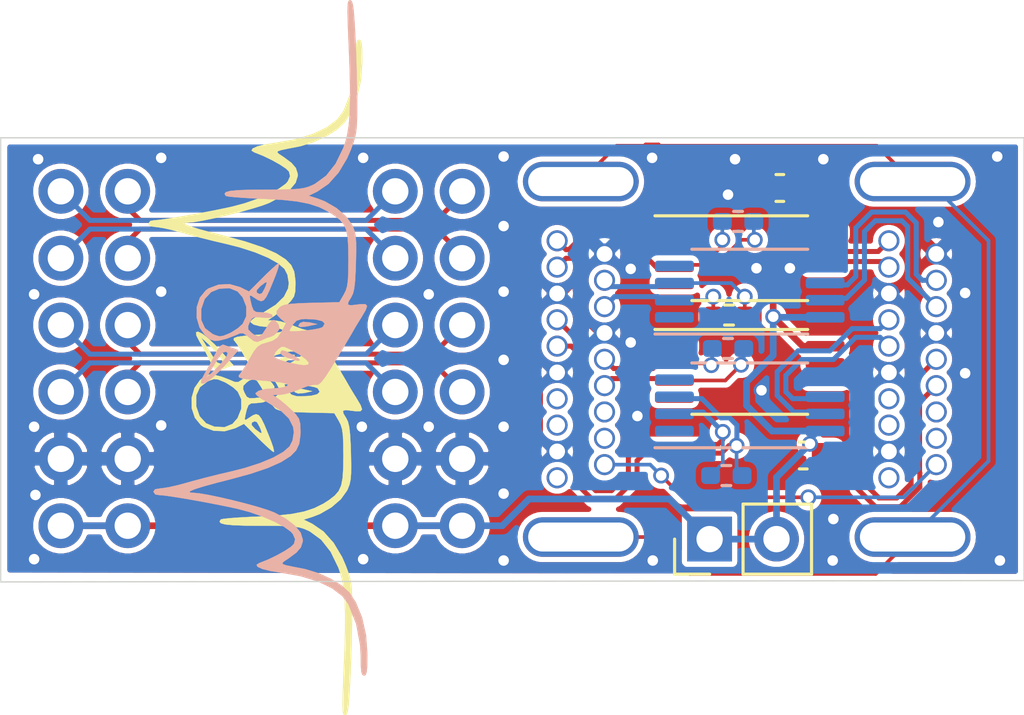
<source format=kicad_pcb>
(kicad_pcb (version 20171130) (host pcbnew 5.1.10)
  (layers (0 F.Cu signal) (31 B.Cu signal) (34 B.Paste user) (35 F.Paste user) (36 B.SilkS user) (37 F.SilkS user) (38 B.Mask user) (39 F.Mask user) (44 Edge.Cuts user))
  (net 0 "")
  (net 1 "Net-(J2-PadSH)")
  (net 2 "Net-(J2-Pad18)")
  (net 3 /3V3)
  (net 4 /GND)
  (net 5 /p2_N)
  (net 6 /p4_N)
  (net 7 /p2_P)
  (net 8 /p4_P)
  (net 9 /p1_N)
  (net 10 /p3_N)
  (net 11 /p1_P)
  (net 12 /p3_P)
  (net 13 /CLK_N)
  (net 14 /CLK_P)
  (net 15 /D0_N)
  (net 16 /D0_P)
  (net 17 /D1_N)
  (net 18 /D1_P)
  (net 19 /D2_N)
  (net 20 /D2_P)
  (net 21 /CLK_TMDS_N)
  (net 22 /CLK_TMDS_P)
  (net 23 /D0_TMDS_N)
  (net 24 /D0_TMDS_P)
  (net 25 /D1_TMDS_N)
  (net 26 /D1_TMDS_P)
  (net 27 /D2_TMDS_N)
  (net 28 /D2_TMDS_P)
  (module ymm:pynqsdr2 (layer B.Cu) (at 25.781 30.9245 270)
    (fp_text reference G*** hide)
    (fp_text value LOGO hide)
  )
  (module ymm:pynqsdr2 (layer F.Cu) (at 25.5905 32.512 90)
    (fp_text reference G*** hide)
    (fp_text value LOGO hide)
  )
  (module Package_SO:TSSOP-8_4.4x3mm_P0.65mm (layer B.Cu) (at 43.942 33.528)
    (fp_text reference U4 hide)
    (fp_text value SN65CML100 hide)
    (pad 8 smd roundrect (at 2.8625 0.975) (size 1.475 0.4) (layers B.Cu B.Paste B.Mask) (net 3 /3V3))
    (pad 7 smd roundrect (at 2.8625 0.325) (size 1.475 0.4) (layers B.Cu B.Paste B.Mask) (net 24 /D0_TMDS_P))
    (pad 6 smd roundrect (at 2.8625 -0.325) (size 1.475 0.4) (layers B.Cu B.Paste B.Mask) (net 23 /D0_TMDS_N))
    (pad 5 smd roundrect (at 2.8625 -0.975) (size 1.475 0.4) (layers B.Cu B.Paste B.Mask) (net 4 /GND))
    (pad 4 smd roundrect (at -2.8625 -0.975) (size 1.475 0.4) (layers B.Cu B.Paste B.Mask))
    (pad 3 smd roundrect (at -2.8625 -0.325) (size 1.475 0.4) (layers B.Cu B.Paste B.Mask) (net 15 /D0_N))
    (pad 2 smd roundrect (at -2.8625 0.325) (size 1.475 0.4) (layers B.Cu B.Paste B.Mask) (net 16 /D0_P))
    (pad 1 smd roundrect (at -2.8625 0.975) (size 1.475 0.4) (layers B.Cu B.Paste B.Mask))
  )
  (module Package_SO:TSSOP-8_4.4x3mm_P0.65mm (layer F.Cu) (at 43.942 32.258)
    (fp_text reference U3 hide)
    (fp_text value SN65CML100 hide)
    (pad 8 smd roundrect (at 2.8625 -0.975) (size 1.475 0.4) (layers F.Cu F.Paste F.Mask) (net 3 /3V3))
    (pad 7 smd roundrect (at 2.8625 -0.325) (size 1.475 0.4) (layers F.Cu F.Paste F.Mask) (net 22 /CLK_TMDS_P))
    (pad 6 smd roundrect (at 2.8625 0.325) (size 1.475 0.4) (layers F.Cu F.Paste F.Mask) (net 21 /CLK_TMDS_N))
    (pad 5 smd roundrect (at 2.8625 0.975) (size 1.475 0.4) (layers F.Cu F.Paste F.Mask) (net 4 /GND))
    (pad 4 smd roundrect (at -2.8625 0.975) (size 1.475 0.4) (layers F.Cu F.Paste F.Mask))
    (pad 3 smd roundrect (at -2.8625 0.325) (size 1.475 0.4) (layers F.Cu F.Paste F.Mask) (net 13 /CLK_N))
    (pad 2 smd roundrect (at -2.8625 -0.325) (size 1.475 0.4) (layers F.Cu F.Paste F.Mask) (net 14 /CLK_P))
    (pad 1 smd roundrect (at -2.8625 -0.975) (size 1.475 0.4) (layers F.Cu F.Paste F.Mask))
  )
  (module Package_SO:TSSOP-8_4.4x3mm_P0.65mm (layer B.Cu) (at 43.942 29.21)
    (fp_text reference U2 hide)
    (fp_text value SN65CML100 hide)
    (pad 8 smd roundrect (at 2.8625 0.975) (size 1.475 0.4) (layers B.Cu B.Paste B.Mask) (net 3 /3V3))
    (pad 7 smd roundrect (at 2.8625 0.325) (size 1.475 0.4) (layers B.Cu B.Paste B.Mask) (net 25 /D1_TMDS_N))
    (pad 6 smd roundrect (at 2.8625 -0.325) (size 1.475 0.4) (layers B.Cu B.Paste B.Mask) (net 26 /D1_TMDS_P))
    (pad 5 smd roundrect (at 2.8625 -0.975) (size 1.475 0.4) (layers B.Cu B.Paste B.Mask) (net 4 /GND))
    (pad 4 smd roundrect (at -2.8625 -0.975) (size 1.475 0.4) (layers B.Cu B.Paste B.Mask))
    (pad 3 smd roundrect (at -2.8625 -0.325) (size 1.475 0.4) (layers B.Cu B.Paste B.Mask) (net 18 /D1_P))
    (pad 2 smd roundrect (at -2.8625 0.325) (size 1.475 0.4) (layers B.Cu B.Paste B.Mask) (net 17 /D1_N))
    (pad 1 smd roundrect (at -2.8625 0.975) (size 1.475 0.4) (layers B.Cu B.Paste B.Mask))
  )
  (module Package_SO:TSSOP-8_4.4x3mm_P0.65mm (layer F.Cu) (at 43.942 27.94)
    (fp_text reference U1 hide)
    (fp_text value SN65CML100 hide)
    (pad 8 smd roundrect (at 2.8625 -0.975) (size 1.475 0.4) (layers F.Cu F.Paste F.Mask) (net 3 /3V3))
    (pad 7 smd roundrect (at 2.8625 -0.325) (size 1.475 0.4) (layers F.Cu F.Paste F.Mask) (net 28 /D2_TMDS_P))
    (pad 6 smd roundrect (at 2.8625 0.325) (size 1.475 0.4) (layers F.Cu F.Paste F.Mask) (net 27 /D2_TMDS_N))
    (pad 5 smd roundrect (at 2.8625 0.975) (size 1.475 0.4) (layers F.Cu F.Paste F.Mask) (net 4 /GND))
    (pad 4 smd roundrect (at -2.8625 0.975) (size 1.475 0.4) (layers F.Cu F.Paste F.Mask))
    (pad 3 smd roundrect (at -2.8625 0.325) (size 1.475 0.4) (layers F.Cu F.Paste F.Mask) (net 19 /D2_N))
    (pad 2 smd roundrect (at -2.8625 -0.325) (size 1.475 0.4) (layers F.Cu F.Paste F.Mask) (net 20 /D2_P))
    (pad 1 smd roundrect (at -2.8625 -0.975) (size 1.475 0.4) (layers F.Cu F.Paste F.Mask))
  )
  (module Resistor_SMD:R_0402_1005Metric_Pad0.72x0.64mm_HandSolder (layer B.Cu) (at 43.053 36.195)
    (fp_text reference R4 hide)
    (fp_text value R hide)
    (pad 2 smd roundrect (at 0.5975 0) (size 0.715 0.64) (layers B.Cu B.Paste B.Mask) (net 15 /D0_N))
    (pad 1 smd roundrect (at -0.5975 0) (size 0.715 0.64) (layers B.Cu B.Paste B.Mask) (net 16 /D0_P))
  )
  (module Resistor_SMD:R_0402_1005Metric_Pad0.72x0.64mm_HandSolder (layer B.Cu) (at 43.1165 31.369)
    (fp_text reference R3 hide)
    (fp_text value R hide)
    (pad 2 smd roundrect (at 0.5975 0) (size 0.715 0.64) (layers B.Cu B.Paste B.Mask) (net 13 /CLK_N))
    (pad 1 smd roundrect (at -0.5975 0) (size 0.715 0.64) (layers B.Cu B.Paste B.Mask) (net 14 /CLK_P))
  )
  (module Resistor_SMD:R_0402_1005Metric_Pad0.72x0.64mm_HandSolder (layer F.Cu) (at 43.154 30.099)
    (fp_text reference R2 hide)
    (fp_text value R hide)
    (pad 2 smd roundrect (at 0.5975 0) (size 0.715 0.64) (layers F.Cu F.Paste F.Mask) (net 18 /D1_P))
    (pad 1 smd roundrect (at -0.5975 0) (size 0.715 0.64) (layers F.Cu F.Paste F.Mask) (net 17 /D1_N))
  )
  (module Capacitor_SMD:C_0603_1608Metric_Pad1.08x0.95mm_HandSolder (layer F.Cu) (at 45.974 35.433 180)
    (fp_text reference C2 hide)
    (fp_text value C hide)
    (pad 2 smd roundrect (at 0.8625 0 180) (size 1.075 0.95) (layers F.Cu F.Paste F.Mask) (net 4 /GND))
    (pad 1 smd roundrect (at -0.8625 0 180) (size 1.075 0.95) (layers F.Cu F.Paste F.Mask) (net 3 /3V3))
  )
  (module Capacitor_SMD:C_0603_1608Metric_Pad1.08x0.95mm_HandSolder (layer F.Cu) (at 45.085 25.273 180)
    (fp_text reference C1 hide)
    (fp_text value C hide)
    (pad 2 smd roundrect (at 0.8625 0 180) (size 1.075 0.95) (layers F.Cu F.Paste F.Mask) (net 4 /GND))
    (pad 1 smd roundrect (at -0.8625 0 180) (size 1.075 0.95) (layers F.Cu F.Paste F.Mask) (net 3 /3V3))
  )
  (module ymm:HDMI_A_Kycon_KDMIX-SL1-NS-WS-B15_VerticalRightAngle (layer F.Cu) (at 36.6268 27.2796 180)
    (fp_text reference J4 hide)
    (fp_text value HDMI_A hide)
    (pad SH thru_hole oval (at -0.9 -11.25 180) (size 4.4 1.5) (drill oval 4 1.1) (layers *.Cu *.Mask) (net 1 "Net-(J2-PadSH)"))
    (pad 19 thru_hole circle (at 0 -9 180) (size 0.8 0.8) (drill 0.6) (layers *.Cu *.Mask))
    (pad 18 thru_hole circle (at -1.8 -8.5 180) (size 0.8 0.8) (drill 0.6) (layers *.Cu *.Mask) (net 2 "Net-(J2-Pad18)"))
    (pad 17 thru_hole circle (at 0 -8 180) (size 0.8 0.8) (drill 0.6) (layers *.Cu *.Mask) (net 4 /GND))
    (pad 16 thru_hole circle (at -1.8 -7.5 180) (size 0.8 0.8) (drill 0.6) (layers *.Cu *.Mask))
    (pad 15 thru_hole circle (at 0 -7 180) (size 0.8 0.8) (drill 0.6) (layers *.Cu *.Mask))
    (pad 14 thru_hole circle (at -1.8 -6.5 180) (size 0.8 0.8) (drill 0.6) (layers *.Cu *.Mask))
    (pad 13 thru_hole circle (at 0 -6 180) (size 0.8 0.8) (drill 0.6) (layers *.Cu *.Mask))
    (pad 12 thru_hole circle (at -1.8 -5.5 180) (size 0.8 0.8) (drill 0.6) (layers *.Cu *.Mask) (net 13 /CLK_N))
    (pad 11 thru_hole circle (at 0 -5 180) (size 0.8 0.8) (drill 0.6) (layers *.Cu *.Mask) (net 4 /GND))
    (pad 10 thru_hole circle (at -1.8 -4.5 180) (size 0.8 0.8) (drill 0.6) (layers *.Cu *.Mask) (net 14 /CLK_P))
    (pad 9 thru_hole circle (at 0 -4 180) (size 0.8 0.8) (drill 0.6) (layers *.Cu *.Mask) (net 15 /D0_N))
    (pad 8 thru_hole circle (at -1.8 -3.5 180) (size 0.8 0.8) (drill 0.6) (layers *.Cu *.Mask) (net 4 /GND))
    (pad 7 thru_hole circle (at 0 -3 180) (size 0.8 0.8) (drill 0.6) (layers *.Cu *.Mask) (net 16 /D0_P))
    (pad 6 thru_hole circle (at -1.8 -2.5 180) (size 0.8 0.8) (drill 0.6) (layers *.Cu *.Mask) (net 17 /D1_N))
    (pad 5 thru_hole circle (at 0 -2 180) (size 0.8 0.8) (drill 0.6) (layers *.Cu *.Mask) (net 4 /GND))
    (pad 4 thru_hole circle (at -1.8 -1.5 180) (size 0.8 0.8) (drill 0.6) (layers *.Cu *.Mask) (net 18 /D1_P))
    (pad 3 thru_hole circle (at 0 -1 180) (size 0.8 0.8) (drill 0.6) (layers *.Cu *.Mask) (net 19 /D2_N))
    (pad 2 thru_hole circle (at -1.8 -0.5 180) (size 0.8 0.8) (drill 0.6) (layers *.Cu *.Mask) (net 4 /GND))
    (pad SH thru_hole oval (at -0.9 2.25 180) (size 4.4 1.5) (drill oval 4 1.1) (layers *.Cu *.Mask) (net 1 "Net-(J2-PadSH)"))
    (pad 1 thru_hole circle (at 0 0 180) (size 0.8 0.8) (drill 0.6) (layers *.Cu *.Mask) (net 20 /D2_P))
  )
  (module ymm:HDMI_A_Kycon_KDMIX-SL1-NS-WS-B15_VerticalRightAngle (layer F.Cu) (at 49.2252 27.2796 180)
    (fp_text reference J2 hide)
    (fp_text value HDMI_A hide)
    (pad SH thru_hole oval (at -0.9 -11.25 180) (size 4.4 1.5) (drill oval 4 1.1) (layers *.Cu *.Mask) (net 1 "Net-(J2-PadSH)"))
    (pad 19 thru_hole circle (at 0 -9 180) (size 0.8 0.8) (drill 0.6) (layers *.Cu *.Mask))
    (pad 18 thru_hole circle (at -1.8 -8.5 180) (size 0.8 0.8) (drill 0.6) (layers *.Cu *.Mask) (net 2 "Net-(J2-Pad18)"))
    (pad 17 thru_hole circle (at 0 -8 180) (size 0.8 0.8) (drill 0.6) (layers *.Cu *.Mask) (net 4 /GND))
    (pad 16 thru_hole circle (at -1.8 -7.5 180) (size 0.8 0.8) (drill 0.6) (layers *.Cu *.Mask))
    (pad 15 thru_hole circle (at 0 -7 180) (size 0.8 0.8) (drill 0.6) (layers *.Cu *.Mask))
    (pad 14 thru_hole circle (at -1.8 -6.5 180) (size 0.8 0.8) (drill 0.6) (layers *.Cu *.Mask))
    (pad 13 thru_hole circle (at 0 -6 180) (size 0.8 0.8) (drill 0.6) (layers *.Cu *.Mask))
    (pad 12 thru_hole circle (at -1.8 -5.5 180) (size 0.8 0.8) (drill 0.6) (layers *.Cu *.Mask) (net 21 /CLK_TMDS_N))
    (pad 11 thru_hole circle (at 0 -5 180) (size 0.8 0.8) (drill 0.6) (layers *.Cu *.Mask) (net 4 /GND))
    (pad 10 thru_hole circle (at -1.8 -4.5 180) (size 0.8 0.8) (drill 0.6) (layers *.Cu *.Mask) (net 22 /CLK_TMDS_P))
    (pad 9 thru_hole circle (at 0 -4 180) (size 0.8 0.8) (drill 0.6) (layers *.Cu *.Mask) (net 23 /D0_TMDS_N))
    (pad 8 thru_hole circle (at -1.8 -3.5 180) (size 0.8 0.8) (drill 0.6) (layers *.Cu *.Mask) (net 4 /GND))
    (pad 7 thru_hole circle (at 0 -3 180) (size 0.8 0.8) (drill 0.6) (layers *.Cu *.Mask) (net 24 /D0_TMDS_P))
    (pad 6 thru_hole circle (at -1.8 -2.5 180) (size 0.8 0.8) (drill 0.6) (layers *.Cu *.Mask) (net 25 /D1_TMDS_N))
    (pad 5 thru_hole circle (at 0 -2 180) (size 0.8 0.8) (drill 0.6) (layers *.Cu *.Mask) (net 4 /GND))
    (pad 4 thru_hole circle (at -1.8 -1.5 180) (size 0.8 0.8) (drill 0.6) (layers *.Cu *.Mask) (net 26 /D1_TMDS_P))
    (pad 3 thru_hole circle (at 0 -1 180) (size 0.8 0.8) (drill 0.6) (layers *.Cu *.Mask) (net 27 /D2_TMDS_N))
    (pad 2 thru_hole circle (at -1.8 -0.5 180) (size 0.8 0.8) (drill 0.6) (layers *.Cu *.Mask) (net 4 /GND))
    (pad SH thru_hole oval (at -0.9 2.25 180) (size 4.4 1.5) (drill oval 4 1.1) (layers *.Cu *.Mask) (net 1 "Net-(J2-PadSH)"))
    (pad 1 thru_hole circle (at 0 0 180) (size 0.8 0.8) (drill 0.6) (layers *.Cu *.Mask) (net 28 /D2_TMDS_P))
  )
  (module Resistor_SMD:R_0402_1005Metric_Pad0.72x0.64mm_HandSolder (layer B.Cu) (at 43.4975 26.543)
    (fp_text reference R1 hide)
    (fp_text value R hide)
    (pad 2 smd roundrect (at 0.5975 0) (size 0.715 0.64) (layers B.Cu B.Paste B.Mask) (net 19 /D2_N))
    (pad 1 smd roundrect (at -0.5975 0) (size 0.715 0.64) (layers B.Cu B.Paste B.Mask) (net 20 /D2_P))
  )
  (module Connector_PinHeader_2.54mm:PinHeader_1x02_P2.54mm_Vertical (layer F.Cu) (at 42.418 38.608 90)
    (fp_text reference J5 hide)
    (fp_text value Conn_01x02_Male hide)
    (pad 2 thru_hole oval (at 0 2.54 90) (size 1.7 1.7) (drill 1) (layers *.Cu *.Mask) (net 3 /3V3))
    (pad 1 thru_hole rect (at 0 0 90) (size 1.7 1.7) (drill 1) (layers *.Cu *.Mask) (net 3 /3V3))
  )
  (module ymm:PinHeader_2x06_P2.54mm_Vertical (layer F.Cu) (at 30.48 25.4)
    (fp_text reference J3 hide)
    (fp_text value Conn_02x06_Odd_Even hide)
    (pad 12 thru_hole oval (at 2.54 12.7) (size 1.7 1.7) (drill 1) (layers *.Cu *.Mask) (net 3 /3V3))
    (pad 11 thru_hole oval (at 0 12.7) (size 1.7 1.7) (drill 1) (layers *.Cu *.Mask) (net 3 /3V3))
    (pad 10 thru_hole oval (at 2.54 10.16) (size 1.7 1.7) (drill 1) (layers *.Cu *.Mask) (net 4 /GND))
    (pad 9 thru_hole oval (at 0 10.16) (size 1.7 1.7) (drill 1) (layers *.Cu *.Mask) (net 4 /GND))
    (pad 8 thru_hole oval (at 2.54 7.62) (size 1.7 1.7) (drill 1) (layers *.Cu *.Mask) (net 5 /p2_N))
    (pad 7 thru_hole oval (at 0 7.62) (size 1.7 1.7) (drill 1) (layers *.Cu *.Mask) (net 6 /p4_N))
    (pad 6 thru_hole oval (at 2.54 5.08) (size 1.7 1.7) (drill 1) (layers *.Cu *.Mask) (net 7 /p2_P))
    (pad 5 thru_hole oval (at 0 5.08) (size 1.7 1.7) (drill 1) (layers *.Cu *.Mask) (net 8 /p4_P))
    (pad 4 thru_hole oval (at 2.54 2.54) (size 1.7 1.7) (drill 1) (layers *.Cu *.Mask) (net 9 /p1_N))
    (pad 3 thru_hole oval (at 0 2.54) (size 1.7 1.7) (drill 1) (layers *.Cu *.Mask) (net 10 /p3_N))
    (pad 2 thru_hole oval (at 2.54 0) (size 1.7 1.7) (drill 1) (layers *.Cu *.Mask) (net 11 /p1_P))
    (pad 1 thru_hole circle (at 0 0) (size 1.7 1.7) (drill 1) (layers *.Cu *.Mask) (net 12 /p3_P))
  )
  (module ymm:PinHeader_2x06_P2.54mm_Vertical (layer F.Cu) (at 17.78 25.4)
    (fp_text reference J1 hide)
    (fp_text value Conn_02x06_Odd_Even hide)
    (pad 12 thru_hole oval (at 2.54 12.7) (size 1.7 1.7) (drill 1) (layers *.Cu *.Mask) (net 3 /3V3))
    (pad 11 thru_hole oval (at 0 12.7) (size 1.7 1.7) (drill 1) (layers *.Cu *.Mask) (net 3 /3V3))
    (pad 10 thru_hole oval (at 2.54 10.16) (size 1.7 1.7) (drill 1) (layers *.Cu *.Mask) (net 4 /GND))
    (pad 9 thru_hole oval (at 0 10.16) (size 1.7 1.7) (drill 1) (layers *.Cu *.Mask) (net 4 /GND))
    (pad 8 thru_hole oval (at 2.54 7.62) (size 1.7 1.7) (drill 1) (layers *.Cu *.Mask) (net 5 /p2_N))
    (pad 7 thru_hole oval (at 0 7.62) (size 1.7 1.7) (drill 1) (layers *.Cu *.Mask) (net 6 /p4_N))
    (pad 6 thru_hole oval (at 2.54 5.08) (size 1.7 1.7) (drill 1) (layers *.Cu *.Mask) (net 7 /p2_P))
    (pad 5 thru_hole oval (at 0 5.08) (size 1.7 1.7) (drill 1) (layers *.Cu *.Mask) (net 8 /p4_P))
    (pad 4 thru_hole oval (at 2.54 2.54) (size 1.7 1.7) (drill 1) (layers *.Cu *.Mask) (net 9 /p1_N))
    (pad 3 thru_hole oval (at 0 2.54) (size 1.7 1.7) (drill 1) (layers *.Cu *.Mask) (net 10 /p3_N))
    (pad 2 thru_hole oval (at 2.54 0) (size 1.7 1.7) (drill 1) (layers *.Cu *.Mask) (net 11 /p1_P))
    (pad 1 thru_hole circle (at 0 0) (size 1.7 1.7) (drill 1) (layers *.Cu *.Mask) (net 12 /p3_P))
  )
  (gr_line (start 15.494 40.2336) (end 15.494 23.368) (layer Edge.Cuts) (width 0.05))
  (gr_line (start 54.356 40.1828) (end 15.494 40.2336) (layer Edge.Cuts) (width 0.05))
  (gr_line (start 54.356 23.368) (end 54.356 40.1828) (layer Edge.Cuts) (width 0.05))
  (gr_line (start 15.494 23.368) (end 54.356 23.368) (layer Edge.Cuts) (width 0.05))
  (segment (start 50.1252 25.0296) (end 50.1252 25.284) (width 0.1397) (layer B.Cu) (net 1))
  (segment (start 50.1252 25.0296) (end 50.7598 25.0296) (width 0.1397) (layer B.Cu) (net 1))
  (segment (start 50.7598 25.0296) (end 53.0098 27.2796) (width 0.1397) (layer B.Cu) (net 1))
  (segment (start 53.0098 35.645) (end 50.1252 38.5296) (width 0.1397) (layer B.Cu) (net 1))
  (segment (start 53.0098 27.2796) (end 53.0098 35.645) (width 0.1397) (layer B.Cu) (net 1))
  (segment (start 38.885151 23.671249) (end 37.5268 25.0296) (width 0.1397) (layer F.Cu) (net 1))
  (segment (start 39.938215 23.671249) (end 38.885151 23.671249) (width 0.1397) (layer F.Cu) (net 1))
  (segment (start 40.478185 23.620449) (end 39.989015 23.620449) (width 0.1397) (layer F.Cu) (net 1))
  (segment (start 40.528985 23.671249) (end 40.478185 23.620449) (width 0.1397) (layer F.Cu) (net 1))
  (segment (start 48.766849 23.671249) (end 40.528985 23.671249) (width 0.1397) (layer F.Cu) (net 1))
  (segment (start 39.989015 23.620449) (end 39.938215 23.671249) (width 0.1397) (layer F.Cu) (net 1))
  (segment (start 50.1252 25.0296) (end 48.766849 23.671249) (width 0.1397) (layer F.Cu) (net 1))
  (segment (start 48.724449 39.930351) (end 50.1252 38.5296) (width 0.1397) (layer F.Cu) (net 1))
  (segment (start 41.663159 39.930351) (end 48.724449 39.930351) (width 0.1397) (layer F.Cu) (net 1))
  (segment (start 40.262408 38.5296) (end 41.663159 39.930351) (width 0.1397) (layer F.Cu) (net 1))
  (segment (start 37.5268 38.5296) (end 40.262408 38.5296) (width 0.1397) (layer F.Cu) (net 1))
  (via (at 46.1645 37.0205) (size 0.6) (drill 0.4) (layers F.Cu B.Cu) (net 2))
  (segment (start 49.7843 37.0205) (end 46.1645 37.0205) (width 0.1397) (layer B.Cu) (net 2))
  (segment (start 51.0252 35.7796) (end 49.7843 37.0205) (width 0.1397) (layer B.Cu) (net 2))
  (via (at 40.5765 36.195) (size 0.6) (drill 0.4) (layers F.Cu B.Cu) (net 2))
  (segment (start 41.402 37.0205) (end 40.5765 36.195) (width 0.1397) (layer F.Cu) (net 2))
  (segment (start 46.1645 37.0205) (end 41.402 37.0205) (width 0.1397) (layer F.Cu) (net 2))
  (segment (start 40.1611 35.7796) (end 38.4268 35.7796) (width 0.1397) (layer B.Cu) (net 2))
  (segment (start 40.5765 36.195) (end 40.1611 35.7796) (width 0.1397) (layer B.Cu) (net 2))
  (segment (start 17.78 38.1) (end 20.32 38.1) (width 0.254) (layer B.Cu) (net 3))
  (segment (start 30.48 38.1) (end 33.02 38.1) (width 0.254) (layer B.Cu) (net 3))
  (segment (start 44.958 38.608) (end 42.418 38.608) (width 0.254) (layer B.Cu) (net 3))
  (segment (start 17.78 38.1) (end 33.02 38.1) (width 0.254) (layer F.Cu) (net 3))
  (segment (start 35.56 37.084) (end 40.894 37.084) (width 0.254) (layer B.Cu) (net 3))
  (segment (start 34.544 38.1) (end 35.56 37.084) (width 0.254) (layer B.Cu) (net 3))
  (segment (start 40.894 37.084) (end 42.418 38.608) (width 0.254) (layer B.Cu) (net 3))
  (segment (start 33.02 38.1) (end 34.544 38.1) (width 0.254) (layer B.Cu) (net 3))
  (via (at 44.83256 30.1625) (size 0.6) (drill 0.4) (layers F.Cu B.Cu) (net 3))
  (segment (start 45.95306 31.283) (end 44.83256 30.1625) (width 0.254) (layer F.Cu) (net 3))
  (segment (start 46.8045 30.185) (end 44.85506 30.185) (width 0.254) (layer B.Cu) (net 3))
  (segment (start 46.8045 31.283) (end 45.95306 31.283) (width 0.254) (layer F.Cu) (net 3))
  (segment (start 44.85506 30.185) (end 44.83256 30.1625) (width 0.254) (layer B.Cu) (net 3))
  (segment (start 45.9475 26.707) (end 45.9475 25.30901) (width 0.254) (layer F.Cu) (net 3))
  (segment (start 46.2055 26.965) (end 45.9475 26.707) (width 0.254) (layer F.Cu) (net 3))
  (segment (start 46.8045 26.965) (end 46.2055 26.965) (width 0.254) (layer F.Cu) (net 3))
  (segment (start 44.831 30.16094) (end 44.83256 30.1625) (width 0.254) (layer F.Cu) (net 3))
  (segment (start 44.831 27.8765) (end 44.831 30.16094) (width 0.254) (layer F.Cu) (net 3))
  (segment (start 45.7425 26.965) (end 44.831 27.8765) (width 0.254) (layer F.Cu) (net 3))
  (segment (start 46.8045 26.965) (end 45.7425 26.965) (width 0.254) (layer F.Cu) (net 3))
  (segment (start 44.83256 31.625725) (end 44.83256 30.1625) (width 0.254) (layer B.Cu) (net 3))
  (segment (start 43.819799 32.638486) (end 44.83256 31.625725) (width 0.254) (layer B.Cu) (net 3))
  (segment (start 43.819799 33.532799) (end 43.819799 32.638486) (width 0.254) (layer B.Cu) (net 3))
  (segment (start 44.79 34.503) (end 43.819799 33.532799) (width 0.254) (layer B.Cu) (net 3))
  (segment (start 46.8045 34.503) (end 44.79 34.503) (width 0.254) (layer B.Cu) (net 3))
  (via (at 46.228 34.9885) (size 0.6) (drill 0.4) (layers F.Cu B.Cu) (net 3))
  (segment (start 46.8365 35.433) (end 46.392 34.9885) (width 0.254) (layer F.Cu) (net 3))
  (segment (start 46.392 34.9885) (end 46.228 34.9885) (width 0.254) (layer F.Cu) (net 3))
  (segment (start 46.228 34.798) (end 46.228 34.9885) (width 0.254) (layer B.Cu) (net 3))
  (segment (start 46.523 34.503) (end 46.228 34.798) (width 0.254) (layer B.Cu) (net 3))
  (segment (start 46.8045 34.503) (end 46.523 34.503) (width 0.254) (layer B.Cu) (net 3))
  (segment (start 44.958 36.2585) (end 46.228 34.9885) (width 0.254) (layer B.Cu) (net 3))
  (segment (start 44.958 38.608) (end 44.958 36.2585) (width 0.254) (layer B.Cu) (net 3))
  (via (at 39.4208 28.3464) (size 0.6) (drill 0.4) (layers F.Cu B.Cu) (net 4))
  (via (at 39.4208 31.1404) (size 0.6) (drill 0.4) (layers F.Cu B.Cu) (net 4))
  (via (at 39.6748 33.9344) (size 0.6) (drill 0.4) (layers F.Cu B.Cu) (net 4))
  (segment (start 36.9268 29.2796) (end 36.6268 29.2796) (width 0.1397) (layer F.Cu) (net 4))
  (segment (start 38.4268 27.7796) (end 36.9268 29.2796) (width 0.1397) (layer F.Cu) (net 4))
  (segment (start 36.6268 29.2796) (end 38.1268 30.7796) (width 0.1397) (layer F.Cu) (net 4))
  (segment (start 49.5252 29.2796) (end 49.2252 29.2796) (width 0.1397) (layer B.Cu) (net 4))
  (segment (start 51.0252 27.7796) (end 49.5252 29.2796) (width 0.1397) (layer F.Cu) (net 4))
  (segment (start 50.7252 30.7796) (end 51.0252 30.7796) (width 0.1397) (layer B.Cu) (net 4))
  (segment (start 49.2252 29.2796) (end 50.7252 30.7796) (width 0.1397) (layer B.Cu) (net 4))
  (segment (start 49.5252 32.2796) (end 49.2252 32.2796) (width 0.1397) (layer B.Cu) (net 4))
  (segment (start 51.0252 30.7796) (end 49.5252 32.2796) (width 0.1397) (layer B.Cu) (net 4))
  (segment (start 38.1268 30.7796) (end 38.4268 30.7796) (width 0.1397) (layer F.Cu) (net 4))
  (segment (start 48.615649 34.670049) (end 49.2252 35.2796) (width 0.1397) (layer B.Cu) (net 4))
  (segment (start 49.2252 32.2796) (end 48.615649 32.889151) (width 0.1397) (layer B.Cu) (net 4))
  (segment (start 48.615649 32.889151) (end 48.615649 34.670049) (width 0.1397) (layer B.Cu) (net 4))
  (segment (start 36.017249 34.670049) (end 36.6268 35.2796) (width 0.1397) (layer F.Cu) (net 4))
  (segment (start 36.017249 32.889151) (end 36.017249 34.670049) (width 0.1397) (layer F.Cu) (net 4))
  (segment (start 36.6268 32.2796) (end 36.017249 32.889151) (width 0.1397) (layer F.Cu) (net 4))
  (segment (start 17.78 35.56) (end 20.32 35.56) (width 0.381) (layer B.Cu) (net 4))
  (segment (start 30.48 35.56) (end 33.02 35.56) (width 0.381) (layer B.Cu) (net 4))
  (via (at 16.9164 24.1808) (size 0.6) (drill 0.4) (layers F.Cu B.Cu) (net 4))
  (via (at 16.764 39.37) (size 0.6) (drill 0.4) (layers F.Cu B.Cu) (net 4))
  (via (at 29.2608 24.13) (size 0.6) (drill 0.4) (layers F.Cu B.Cu) (net 4))
  (via (at 34.5948 24.0792) (size 0.6) (drill 0.4) (layers F.Cu B.Cu) (net 4))
  (via (at 40.2336 24.13) (size 0.6) (drill 0.4) (layers F.Cu B.Cu) (net 4))
  (via (at 43.3832 24.1808) (size 0.6) (drill 0.4) (layers F.Cu B.Cu) (net 4))
  (via (at 46.736 24.1808) (size 0.6) (drill 0.4) (layers F.Cu B.Cu) (net 4))
  (via (at 53.34 24.0792) (size 0.6) (drill 0.4) (layers F.Cu B.Cu) (net 4))
  (via (at 53.4416 39.4208) (size 0.6) (drill 0.4) (layers F.Cu B.Cu) (net 4))
  (via (at 47.0916 39.4208) (size 0.6) (drill 0.4) (layers F.Cu B.Cu) (net 4))
  (via (at 47.117 37.846) (size 0.6) (drill 0.4) (layers F.Cu B.Cu) (net 4))
  (via (at 40.259 39.4208) (size 0.6) (drill 0.4) (layers F.Cu B.Cu) (net 4))
  (via (at 34.5948 39.4208) (size 0.6) (drill 0.4) (layers F.Cu B.Cu) (net 4))
  (via (at 29.2608 39.37) (size 0.6) (drill 0.4) (layers F.Cu B.Cu) (net 4))
  (via (at 16.764 29.3116) (size 0.6) (drill 0.4) (layers F.Cu B.Cu) (net 4))
  (via (at 16.764 34.3408) (size 0.6) (drill 0.4) (layers F.Cu B.Cu) (net 4))
  (via (at 16.8148 36.9316) (size 0.6) (drill 0.4) (layers F.Cu B.Cu) (net 4))
  (via (at 34.5948 26.7208) (size 0.6) (drill 0.4) (layers F.Cu B.Cu) (net 4))
  (via (at 34.5948 29.21) (size 0.6) (drill 0.4) (layers F.Cu B.Cu) (net 4))
  (via (at 34.5948 31.8008) (size 0.6) (drill 0.4) (layers F.Cu B.Cu) (net 4))
  (via (at 34.5948 34.3408) (size 0.6) (drill 0.4) (layers F.Cu B.Cu) (net 4))
  (via (at 34.5948 36.8808) (size 0.6) (drill 0.4) (layers F.Cu B.Cu) (net 4))
  (via (at 21.59 34.29) (size 0.6) (drill 0.4) (layers F.Cu B.Cu) (net 4))
  (via (at 29.21 34.3408) (size 0.6) (drill 0.4) (layers F.Cu B.Cu) (net 4))
  (via (at 31.75 34.3408) (size 0.6) (drill 0.4) (layers F.Cu B.Cu) (net 4))
  (via (at 21.59 24.13) (size 0.6) (drill 0.4) (layers F.Cu B.Cu) (net 4))
  (via (at 21.59 29.21) (size 0.6) (drill 0.4) (layers F.Cu B.Cu) (net 4))
  (via (at 31.75 29.3116) (size 0.6) (drill 0.4) (layers F.Cu B.Cu) (net 4))
  (via (at 51.1048 26.5684) (size 0.6) (drill 0.4) (layers F.Cu B.Cu) (net 4))
  (via (at 52.1208 29.2608) (size 0.6) (drill 0.4) (layers F.Cu B.Cu) (net 4))
  (via (at 52.1208 32.3088) (size 0.6) (drill 0.4) (layers F.Cu B.Cu) (net 4))
  (segment (start 38.1268 30.7796) (end 38.4268 30.7796) (width 0.1397) (layer B.Cu) (net 4))
  (segment (start 36.6268 32.2796) (end 38.1268 30.7796) (width 0.1397) (layer B.Cu) (net 4))
  (segment (start 17.78 35.56) (end 33.02 35.56) (width 0.381) (layer F.Cu) (net 4))
  (segment (start 48.9518 32.553) (end 49.2252 32.2796) (width 0.1397) (layer B.Cu) (net 4))
  (segment (start 46.8045 32.553) (end 48.9518 32.553) (width 0.1397) (layer B.Cu) (net 4))
  (via (at 45.466 28.321) (size 0.6) (drill 0.4) (layers F.Cu B.Cu) (net 4))
  (segment (start 45.552 28.235) (end 45.466 28.321) (width 0.1397) (layer B.Cu) (net 4))
  (segment (start 46.8045 28.235) (end 45.552 28.235) (width 0.1397) (layer B.Cu) (net 4))
  (segment (start 46.06 28.915) (end 45.466 28.321) (width 0.1397) (layer F.Cu) (net 4))
  (segment (start 46.8045 28.915) (end 46.06 28.915) (width 0.1397) (layer F.Cu) (net 4))
  (via (at 44.196 28.321) (size 0.6) (drill 0.4) (layers F.Cu B.Cu) (net 4))
  (segment (start 44.196 28.321) (end 45.466 28.321) (width 0.1397) (layer B.Cu) (net 4))
  (segment (start 45.466 26.67) (end 45.466 28.321) (width 0.1397) (layer B.Cu) (net 4))
  (segment (start 44.45 25.654) (end 45.466 26.67) (width 0.1397) (layer B.Cu) (net 4))
  (segment (start 40.5524 25.654) (end 44.45 25.654) (width 0.1397) (layer B.Cu) (net 4))
  (segment (start 38.4268 27.7796) (end 40.5524 25.654) (width 0.1397) (layer B.Cu) (net 4))
  (via (at 43.1165 25.527) (size 0.6) (drill 0.4) (layers F.Cu B.Cu) (net 4))
  (segment (start 43.3705 25.273) (end 43.1165 25.527) (width 0.1397) (layer F.Cu) (net 4))
  (segment (start 44.2225 25.273) (end 43.3705 25.273) (width 0.1397) (layer F.Cu) (net 4))
  (segment (start 45.1115 33.6815) (end 44.3865 32.9565) (width 0.1397) (layer F.Cu) (net 4))
  (via (at 44.3865 32.9565) (size 0.6) (drill 0.4) (layers F.Cu B.Cu) (net 4))
  (segment (start 44.323 28.448) (end 44.323 32.893) (width 0.1397) (layer F.Cu) (net 4))
  (segment (start 44.323 32.893) (end 44.3865 32.9565) (width 0.1397) (layer F.Cu) (net 4))
  (segment (start 44.663 33.233) (end 44.3865 32.9565) (width 0.1397) (layer F.Cu) (net 4))
  (segment (start 44.196 28.321) (end 44.323 28.448) (width 0.1397) (layer F.Cu) (net 4))
  (segment (start 45.1115 35.433) (end 45.1115 33.6815) (width 0.1397) (layer F.Cu) (net 4))
  (segment (start 46.8045 33.233) (end 44.663 33.233) (width 0.1397) (layer F.Cu) (net 4))
  (segment (start 31.9151 31.9151) (end 32.639 32.639) (width 0.1905) (layer F.Cu) (net 5))
  (segment (start 20.7899 31.9151) (end 31.9151 31.9151) (width 0.1905) (layer F.Cu) (net 5))
  (segment (start 20.32 32.385) (end 20.7899 31.9151) (width 0.1905) (layer F.Cu) (net 5))
  (segment (start 20.32 33.02) (end 20.32 32.385) (width 0.1905) (layer F.Cu) (net 5))
  (segment (start 30.48 32.639) (end 30.48 33.02) (width 0.1905) (layer F.Cu) (net 6))
  (segment (start 29.3751 31.9151) (end 30.48 33.02) (width 0.1905) (layer B.Cu) (net 6))
  (segment (start 18.8849 31.9151) (end 29.337 31.9151) (width 0.1905) (layer B.Cu) (net 6))
  (segment (start 17.78 33.02) (end 18.8849 31.9151) (width 0.1905) (layer B.Cu) (net 6))
  (segment (start 20.32 31.115) (end 20.7899 31.5849) (width 0.1905) (layer F.Cu) (net 7))
  (segment (start 31.9151 31.5849) (end 32.639 30.861) (width 0.1905) (layer F.Cu) (net 7))
  (segment (start 20.32 30.48) (end 20.32 31.115) (width 0.1905) (layer F.Cu) (net 7))
  (segment (start 20.7899 31.5849) (end 31.9151 31.5849) (width 0.1905) (layer F.Cu) (net 7))
  (segment (start 30.48 30.861) (end 30.48 30.48) (width 0.1905) (layer F.Cu) (net 8))
  (segment (start 29.3751 31.5849) (end 30.48 30.48) (width 0.1905) (layer B.Cu) (net 8))
  (segment (start 18.8849 31.5849) (end 29.337 31.5849) (width 0.1905) (layer B.Cu) (net 8))
  (segment (start 17.78 30.48) (end 18.8849 31.5849) (width 0.1905) (layer B.Cu) (net 8))
  (segment (start 32.0421 26.8351) (end 32.766 27.559) (width 0.1905) (layer F.Cu) (net 9))
  (segment (start 20.32 27.305) (end 20.7899 26.8351) (width 0.1905) (layer F.Cu) (net 9))
  (segment (start 20.32 27.94) (end 20.32 27.305) (width 0.1905) (layer F.Cu) (net 9))
  (segment (start 32.0421 26.8351) (end 20.7899 26.8351) (width 0.1905) (layer F.Cu) (net 9))
  (segment (start 30.48 27.559) (end 30.48 27.94) (width 0.1905) (layer F.Cu) (net 10))
  (segment (start 29.3751 26.8351) (end 30.48 27.94) (width 0.1905) (layer B.Cu) (net 10))
  (segment (start 17.78 27.94) (end 18.8849 26.8351) (width 0.1905) (layer B.Cu) (net 10))
  (segment (start 18.923 26.8351) (end 29.337 26.8351) (width 0.1905) (layer B.Cu) (net 10))
  (segment (start 32.0421 26.5049) (end 32.766 25.781) (width 0.1905) (layer F.Cu) (net 11))
  (segment (start 20.32 26.035) (end 20.7899 26.5049) (width 0.1905) (layer F.Cu) (net 11))
  (segment (start 20.32 25.4) (end 20.32 26.035) (width 0.1905) (layer F.Cu) (net 11))
  (segment (start 32.0421 26.5049) (end 20.7899 26.5049) (width 0.1905) (layer F.Cu) (net 11))
  (segment (start 30.48 25.781) (end 30.48 25.4) (width 0.1905) (layer F.Cu) (net 12))
  (segment (start 29.3751 26.5049) (end 30.48 25.4) (width 0.1905) (layer B.Cu) (net 12))
  (segment (start 17.78 25.4) (end 18.8849 26.5049) (width 0.1905) (layer B.Cu) (net 12))
  (segment (start 18.923 26.5049) (end 29.337 26.5049) (width 0.1905) (layer B.Cu) (net 12))
  (segment (start 38.6944 32.512) (end 38.4268 32.7796) (width 0.1905) (layer F.Cu) (net 13))
  (segment (start 40.825474 32.512) (end 38.6944 32.512) (width 0.1905) (layer F.Cu) (net 13))
  (segment (start 40.896474 32.583) (end 40.825474 32.512) (width 0.1905) (layer F.Cu) (net 13))
  (segment (start 41.0795 32.583) (end 40.896474 32.583) (width 0.1905) (layer F.Cu) (net 13))
  (segment (start 43.01462 32.583) (end 43.610684 31.986936) (width 0.1397) (layer F.Cu) (net 13))
  (via (at 43.610684 31.986936) (size 0.6) (drill 0.4) (layers F.Cu B.Cu) (net 13))
  (segment (start 41.0795 32.583) (end 43.01462 32.583) (width 0.1397) (layer F.Cu) (net 13))
  (segment (start 43.714 31.88362) (end 43.610684 31.986936) (width 0.1397) (layer B.Cu) (net 13))
  (segment (start 43.714 31.369) (end 43.714 31.88362) (width 0.1397) (layer B.Cu) (net 13))
  (segment (start 38.7782 32.131) (end 38.4268 31.7796) (width 0.1905) (layer F.Cu) (net 14))
  (segment (start 40.457 31.933) (end 40.259 32.131) (width 0.1905) (layer F.Cu) (net 14))
  (segment (start 40.259 32.131) (end 38.7782 32.131) (width 0.1905) (layer F.Cu) (net 14))
  (segment (start 41.0795 31.933) (end 40.457 31.933) (width 0.1905) (layer F.Cu) (net 14))
  (segment (start 41.0795 31.933) (end 42.41206 31.933) (width 0.1397) (layer F.Cu) (net 14))
  (via (at 42.4815 32.00244) (size 0.6) (drill 0.4) (layers F.Cu B.Cu) (net 14))
  (segment (start 42.519 31.369) (end 42.519 31.96494) (width 0.1397) (layer B.Cu) (net 14))
  (segment (start 42.519 31.96494) (end 42.4815 32.00244) (width 0.1397) (layer B.Cu) (net 14))
  (segment (start 42.41206 31.933) (end 42.4815 32.00244) (width 0.1397) (layer F.Cu) (net 14))
  (segment (start 39.946388 35.3441) (end 42.867387 35.3441) (width 0.1905) (layer F.Cu) (net 15))
  (segment (start 39.6621 35.628388) (end 39.946388 35.3441) (width 0.1905) (layer F.Cu) (net 15))
  (segment (start 39.6621 36.263388) (end 39.6621 35.628388) (width 0.1905) (layer F.Cu) (net 15))
  (segment (start 38.828788 37.0967) (end 39.6621 36.263388) (width 0.1905) (layer F.Cu) (net 15))
  (segment (start 42.867387 35.3441) (end 43.151963 35.059524) (width 0.1905) (layer F.Cu) (net 15))
  (segment (start 37.3507 36.491988) (end 37.955412 37.0967) (width 0.1905) (layer F.Cu) (net 15))
  (segment (start 37.3507 31.470474) (end 37.3507 36.491988) (width 0.1905) (layer F.Cu) (net 15))
  (via (at 43.441524 35.059524) (size 0.6) (drill 0.4) (layers F.Cu B.Cu) (net 15))
  (segment (start 43.151963 35.059524) (end 43.441524 35.059524) (width 0.1905) (layer F.Cu) (net 15))
  (segment (start 37.955412 37.0967) (end 38.828788 37.0967) (width 0.1905) (layer F.Cu) (net 15))
  (segment (start 37.159826 31.2796) (end 37.3507 31.470474) (width 0.1905) (layer F.Cu) (net 15))
  (segment (start 36.6268 31.2796) (end 37.159826 31.2796) (width 0.1905) (layer F.Cu) (net 15))
  (segment (start 42.122974 33.274) (end 41.1505 33.274) (width 0.1905) (layer B.Cu) (net 15))
  (segment (start 41.1505 33.274) (end 41.0795 33.203) (width 0.1905) (layer B.Cu) (net 15))
  (segment (start 42.850499 34.001525) (end 42.122974 33.274) (width 0.1905) (layer B.Cu) (net 15))
  (segment (start 43.175253 34.001525) (end 42.850499 34.001525) (width 0.1905) (layer B.Cu) (net 15))
  (segment (start 43.453427 34.279699) (end 43.175253 34.001525) (width 0.1905) (layer B.Cu) (net 15))
  (segment (start 43.453427 34.793253) (end 43.453427 34.279699) (width 0.1905) (layer B.Cu) (net 15))
  (segment (start 43.441524 34.805156) (end 43.453427 34.793253) (width 0.1905) (layer B.Cu) (net 15))
  (segment (start 43.441524 35.059524) (end 43.441524 34.805156) (width 0.1905) (layer B.Cu) (net 15))
  (segment (start 43.441524 35.986024) (end 43.6505 36.195) (width 0.1397) (layer B.Cu) (net 15))
  (segment (start 43.441524 35.059524) (end 43.441524 35.986024) (width 0.1397) (layer B.Cu) (net 15))
  (segment (start 42.918476 34.826037) (end 42.918476 34.536476) (width 0.1905) (layer F.Cu) (net 16))
  (segment (start 37.6809 31.3337) (end 37.6809 36.355212) (width 0.1905) (layer F.Cu) (net 16))
  (segment (start 38.092188 36.7665) (end 38.692012 36.7665) (width 0.1905) (layer F.Cu) (net 16))
  (segment (start 36.6268 30.2796) (end 37.6809 31.3337) (width 0.1905) (layer F.Cu) (net 16))
  (via (at 42.918476 34.536476) (size 0.6) (drill 0.4) (layers F.Cu B.Cu) (net 16))
  (segment (start 39.3319 35.491612) (end 39.809612 35.0139) (width 0.1905) (layer F.Cu) (net 16))
  (segment (start 38.692012 36.7665) (end 39.3319 36.126612) (width 0.1905) (layer F.Cu) (net 16))
  (segment (start 42.730613 35.0139) (end 42.918476 34.826037) (width 0.1905) (layer F.Cu) (net 16))
  (segment (start 39.3319 36.126612) (end 39.3319 35.491612) (width 0.1905) (layer F.Cu) (net 16))
  (segment (start 37.6809 36.355212) (end 38.092188 36.7665) (width 0.1905) (layer F.Cu) (net 16))
  (segment (start 39.809612 35.0139) (end 42.730613 35.0139) (width 0.1905) (layer F.Cu) (net 16))
  (segment (start 41.1505 33.782) (end 41.0795 33.853) (width 0.1905) (layer B.Cu) (net 16))
  (segment (start 42.164 33.782) (end 41.1505 33.782) (width 0.1905) (layer B.Cu) (net 16))
  (segment (start 42.918476 34.536476) (end 42.164 33.782) (width 0.1905) (layer B.Cu) (net 16))
  (segment (start 42.918476 35.732024) (end 42.4555 36.195) (width 0.1397) (layer B.Cu) (net 16))
  (segment (start 42.918476 34.536476) (end 42.918476 35.732024) (width 0.1397) (layer B.Cu) (net 16))
  (segment (start 40.4495 29.4005) (end 40.513 29.464) (width 0.1905) (layer B.Cu) (net 17))
  (segment (start 38.8059 29.4005) (end 40.4495 29.4005) (width 0.1905) (layer B.Cu) (net 17))
  (segment (start 38.4268 29.7796) (end 38.8059 29.4005) (width 0.1905) (layer B.Cu) (net 17))
  (via (at 42.5565 29.4005) (size 0.6) (drill 0.4) (layers F.Cu B.Cu) (net 17))
  (segment (start 41.0795 29.535) (end 42.422 29.535) (width 0.1397) (layer B.Cu) (net 17))
  (segment (start 42.422 29.535) (end 42.5565 29.4005) (width 0.1397) (layer B.Cu) (net 17))
  (segment (start 42.5565 29.4005) (end 42.5565 30.099) (width 0.1397) (layer F.Cu) (net 17))
  (segment (start 40.386 29.0195) (end 40.4495 28.956) (width 0.1905) (layer B.Cu) (net 18))
  (segment (start 38.6667 29.0195) (end 40.386 29.0195) (width 0.1905) (layer B.Cu) (net 18))
  (segment (start 38.4268 28.7796) (end 38.6667 29.0195) (width 0.1905) (layer B.Cu) (net 18))
  (segment (start 43.236 28.885) (end 43.7515 29.4005) (width 0.1397) (layer B.Cu) (net 18))
  (segment (start 41.0795 28.885) (end 43.236 28.885) (width 0.1397) (layer B.Cu) (net 18))
  (via (at 43.7515 29.4005) (size 0.6) (drill 0.4) (layers F.Cu B.Cu) (net 18))
  (segment (start 43.7515 29.4005) (end 43.7515 30.099) (width 0.1397) (layer F.Cu) (net 18))
  (segment (start 38.996812 26.8859) (end 40.375912 28.265) (width 0.1905) (layer F.Cu) (net 19))
  (segment (start 40.375912 28.265) (end 41.0795 28.265) (width 0.1905) (layer F.Cu) (net 19))
  (segment (start 38.269988 26.8859) (end 38.996812 26.8859) (width 0.1905) (layer F.Cu) (net 19))
  (segment (start 37.211188 27.9447) (end 38.269988 26.8859) (width 0.1905) (layer F.Cu) (net 19))
  (segment (start 36.9617 27.9447) (end 37.211188 27.9447) (width 0.1905) (layer F.Cu) (net 19))
  (segment (start 36.6268 28.2796) (end 36.9617 27.9447) (width 0.1905) (layer F.Cu) (net 19))
  (via (at 44.1325 27.2415) (size 0.6) (drill 0.4) (layers F.Cu B.Cu) (net 19))
  (segment (start 44.095 27.204) (end 44.1325 27.2415) (width 0.1397) (layer B.Cu) (net 19))
  (segment (start 44.095 26.543) (end 44.095 27.204) (width 0.1397) (layer B.Cu) (net 19))
  (segment (start 43.6245 27.2415) (end 44.1325 27.2415) (width 0.1397) (layer F.Cu) (net 19))
  (segment (start 42.672 28.194) (end 43.6245 27.2415) (width 0.1397) (layer F.Cu) (net 19))
  (segment (start 41.1505 28.194) (end 42.672 28.194) (width 0.1397) (layer F.Cu) (net 19))
  (segment (start 41.0795 28.265) (end 41.1505 28.194) (width 0.1397) (layer F.Cu) (net 19))
  (segment (start 39.133588 26.5557) (end 40.192888 27.615) (width 0.1905) (layer F.Cu) (net 20))
  (segment (start 38.133212 26.5557) (end 39.133588 26.5557) (width 0.1905) (layer F.Cu) (net 20))
  (segment (start 40.192888 27.615) (end 41.0795 27.615) (width 0.1905) (layer F.Cu) (net 20))
  (segment (start 37.074412 27.6145) (end 38.133212 26.5557) (width 0.1905) (layer F.Cu) (net 20))
  (segment (start 36.9617 27.6145) (end 37.074412 27.6145) (width 0.1905) (layer F.Cu) (net 20))
  (segment (start 36.6268 27.2796) (end 36.9617 27.6145) (width 0.1905) (layer F.Cu) (net 20))
  (via (at 42.9 27.2415) (size 0.6) (drill 0.4) (layers F.Cu B.Cu) (net 20))
  (segment (start 42.9 27.2415) (end 42.9 26.543) (width 0.1397) (layer B.Cu) (net 20))
  (segment (start 42.9 27.458) (end 42.9 27.2415) (width 0.1397) (layer F.Cu) (net 20))
  (segment (start 42.672 27.686) (end 42.9 27.458) (width 0.1397) (layer F.Cu) (net 20))
  (segment (start 41.1505 27.686) (end 42.672 27.686) (width 0.1397) (layer F.Cu) (net 20))
  (segment (start 41.0795 27.615) (end 41.1505 27.686) (width 0.1397) (layer F.Cu) (net 20))
  (segment (start 50.390249 34.084377) (end 50.390249 33.414551) (width 0.1905) (layer F.Cu) (net 21))
  (segment (start 50.39027 35.084398) (end 50.390249 35.084377) (width 0.1905) (layer F.Cu) (net 21))
  (segment (start 47.8435 32.583) (end 48.031389 32.770889) (width 0.1905) (layer F.Cu) (net 21))
  (segment (start 50.39966 36.093788) (end 50.390249 36.084377) (width 0.1905) (layer F.Cu) (net 21))
  (segment (start 48.031389 32.770889) (end 48.031389 36.695698) (width 0.1905) (layer F.Cu) (net 21))
  (segment (start 50.390249 35.084377) (end 50.390249 34.474823) (width 0.1905) (layer F.Cu) (net 21))
  (segment (start 50.390249 33.414551) (end 51.0252 32.7796) (width 0.1905) (layer F.Cu) (net 21))
  (segment (start 48.031389 36.695698) (end 48.711802 37.376111) (width 0.1905) (layer F.Cu) (net 21))
  (segment (start 50.390249 36.084377) (end 50.390249 35.474823) (width 0.1905) (layer F.Cu) (net 21))
  (segment (start 50.39027 35.474802) (end 50.39027 35.084398) (width 0.1905) (layer F.Cu) (net 21))
  (segment (start 50.390249 34.474823) (end 50.39027 34.474802) (width 0.1905) (layer F.Cu) (net 21))
  (segment (start 50.39027 34.084398) (end 50.390249 34.084377) (width 0.1905) (layer F.Cu) (net 21))
  (segment (start 50.39027 34.474802) (end 50.39027 34.084398) (width 0.1905) (layer F.Cu) (net 21))
  (segment (start 50.39966 36.63834) (end 50.39966 36.093788) (width 0.1905) (layer F.Cu) (net 21))
  (segment (start 49.661889 37.376111) (end 50.39966 36.63834) (width 0.1905) (layer F.Cu) (net 21))
  (segment (start 50.390249 35.474823) (end 50.39027 35.474802) (width 0.1905) (layer F.Cu) (net 21))
  (segment (start 48.711802 37.376111) (end 49.661889 37.376111) (width 0.1905) (layer F.Cu) (net 21))
  (segment (start 46.8045 32.583) (end 47.8435 32.583) (width 0.1905) (layer F.Cu) (net 21))
  (segment (start 50.060038 33.338046) (end 50.069449 33.328635) (width 0.1905) (layer F.Cu) (net 22))
  (segment (start 50.060038 34.221154) (end 50.060038 33.338046) (width 0.1905) (layer F.Cu) (net 22))
  (segment (start 50.060059 34.221175) (end 50.060038 34.221154) (width 0.1905) (layer F.Cu) (net 22))
  (segment (start 50.060059 34.338025) (end 50.060059 34.221175) (width 0.1905) (layer F.Cu) (net 22))
  (segment (start 50.060038 34.338046) (end 50.060059 34.338025) (width 0.1905) (layer F.Cu) (net 22))
  (segment (start 50.060038 35.221154) (end 50.060038 34.338046) (width 0.1905) (layer F.Cu) (net 22))
  (segment (start 50.060059 35.221175) (end 50.060038 35.221154) (width 0.1905) (layer F.Cu) (net 22))
  (segment (start 50.069449 32.735351) (end 51.0252 31.7796) (width 0.1905) (layer F.Cu) (net 22))
  (segment (start 46.8045 31.933) (end 47.660488 31.933) (width 0.1905) (layer F.Cu) (net 22))
  (segment (start 47.660488 31.933) (end 48.3616 32.634112) (width 0.1905) (layer F.Cu) (net 22))
  (segment (start 50.060038 35.338046) (end 50.060059 35.338025) (width 0.1905) (layer F.Cu) (net 22))
  (segment (start 48.3616 32.634112) (end 48.3616 36.558921) (width 0.1905) (layer F.Cu) (net 22))
  (segment (start 48.3616 36.558921) (end 48.848579 37.0459) (width 0.1905) (layer F.Cu) (net 22))
  (segment (start 48.848579 37.0459) (end 49.525112 37.0459) (width 0.1905) (layer F.Cu) (net 22))
  (segment (start 50.069449 36.501563) (end 50.069449 36.230565) (width 0.1905) (layer F.Cu) (net 22))
  (segment (start 50.069449 33.328635) (end 50.069449 32.735351) (width 0.1905) (layer F.Cu) (net 22))
  (segment (start 50.069449 36.230565) (end 50.060038 36.221154) (width 0.1905) (layer F.Cu) (net 22))
  (segment (start 49.525112 37.0459) (end 50.069449 36.501563) (width 0.1905) (layer F.Cu) (net 22))
  (segment (start 50.060038 36.221154) (end 50.060038 35.338046) (width 0.1905) (layer F.Cu) (net 22))
  (segment (start 50.060059 35.338025) (end 50.060059 35.221175) (width 0.1905) (layer F.Cu) (net 22))
  (segment (start 46.7335 33.274) (end 46.8045 33.203) (width 0.1905) (layer B.Cu) (net 23))
  (segment (start 45.3136 32.389888) (end 45.3136 33.015112) (width 0.1905) (layer B.Cu) (net 23))
  (segment (start 45.915388 31.7881) (end 45.3136 32.389888) (width 0.1905) (layer B.Cu) (net 23))
  (segment (start 45.3136 33.015112) (end 45.572488 33.274) (width 0.1905) (layer B.Cu) (net 23))
  (segment (start 48.8903 30.9447) (end 47.965288 30.9447) (width 0.1905) (layer B.Cu) (net 23))
  (segment (start 45.572488 33.274) (end 46.7335 33.274) (width 0.1905) (layer B.Cu) (net 23))
  (segment (start 47.121888 31.7881) (end 45.915388 31.7881) (width 0.1905) (layer B.Cu) (net 23))
  (segment (start 47.965288 30.9447) (end 47.121888 31.7881) (width 0.1905) (layer B.Cu) (net 23))
  (segment (start 49.2252 31.2796) (end 48.8903 30.9447) (width 0.1905) (layer B.Cu) (net 23))
  (segment (start 45.613512 33.782) (end 46.7335 33.782) (width 0.1905) (layer B.Cu) (net 24))
  (segment (start 44.9834 33.151888) (end 45.613512 33.782) (width 0.1905) (layer B.Cu) (net 24))
  (segment (start 46.985112 31.4579) (end 45.778612 31.4579) (width 0.1905) (layer B.Cu) (net 24))
  (segment (start 46.7335 33.782) (end 46.8045 33.853) (width 0.1905) (layer B.Cu) (net 24))
  (segment (start 44.9834 32.253112) (end 44.9834 33.151888) (width 0.1905) (layer B.Cu) (net 24))
  (segment (start 45.778612 31.4579) (end 44.9834 32.253112) (width 0.1905) (layer B.Cu) (net 24))
  (segment (start 47.828512 30.6145) (end 46.985112 31.4579) (width 0.1905) (layer B.Cu) (net 24))
  (segment (start 48.8903 30.6145) (end 47.828512 30.6145) (width 0.1905) (layer B.Cu) (net 24))
  (segment (start 49.2252 30.2796) (end 48.8903 30.6145) (width 0.1905) (layer B.Cu) (net 24))
  (segment (start 50.258686 29.013086) (end 51.0252 29.7796) (width 0.1905) (layer B.Cu) (net 25))
  (segment (start 49.9364 28.6908) (end 50.258686 29.013086) (width 0.1905) (layer B.Cu) (net 25))
  (segment (start 48.709388 26.5176) (end 49.715612 26.5176) (width 0.1905) (layer B.Cu) (net 25))
  (segment (start 49.9364 26.738388) (end 49.9364 28.6908) (width 0.1905) (layer B.Cu) (net 25))
  (segment (start 48.2981 26.928888) (end 48.709388 26.5176) (width 0.1905) (layer B.Cu) (net 25))
  (segment (start 48.2981 28.770388) (end 48.2981 26.928888) (width 0.1905) (layer B.Cu) (net 25))
  (segment (start 47.604488 29.464) (end 48.2981 28.770388) (width 0.1905) (layer B.Cu) (net 25))
  (segment (start 49.715612 26.5176) (end 49.9364 26.738388) (width 0.1905) (layer B.Cu) (net 25))
  (segment (start 46.8755 29.464) (end 47.604488 29.464) (width 0.1905) (layer B.Cu) (net 25))
  (segment (start 46.8045 29.535) (end 46.8755 29.464) (width 0.1905) (layer B.Cu) (net 25))
  (segment (start 50.492174 28.7796) (end 51.0252 28.7796) (width 0.1905) (layer B.Cu) (net 26))
  (segment (start 50.2666 26.601612) (end 50.2666 28.554026) (width 0.1905) (layer B.Cu) (net 26))
  (segment (start 50.2666 28.554026) (end 50.492174 28.7796) (width 0.1905) (layer B.Cu) (net 26))
  (segment (start 49.852388 26.1874) (end 50.2666 26.601612) (width 0.1905) (layer B.Cu) (net 26))
  (segment (start 48.572612 26.1874) (end 49.852388 26.1874) (width 0.1905) (layer B.Cu) (net 26))
  (segment (start 47.9679 26.792112) (end 48.572612 26.1874) (width 0.1905) (layer B.Cu) (net 26))
  (segment (start 47.9679 28.633612) (end 47.9679 26.792112) (width 0.1905) (layer B.Cu) (net 26))
  (segment (start 47.645512 28.956) (end 47.9679 28.633612) (width 0.1905) (layer B.Cu) (net 26))
  (segment (start 46.8755 28.956) (end 47.645512 28.956) (width 0.1905) (layer B.Cu) (net 26))
  (segment (start 46.8045 28.885) (end 46.8755 28.956) (width 0.1905) (layer B.Cu) (net 26))
  (segment (start 47.427 28.265) (end 46.8045 28.265) (width 0.1905) (layer F.Cu) (net 27))
  (segment (start 47.625 28.067) (end 47.427 28.265) (width 0.1905) (layer F.Cu) (net 27))
  (segment (start 49.0126 28.067) (end 47.625 28.067) (width 0.1905) (layer F.Cu) (net 27))
  (segment (start 49.2252 28.2796) (end 49.0126 28.067) (width 0.1905) (layer F.Cu) (net 27))
  (segment (start 46.987526 27.615) (end 46.8045 27.615) (width 0.1905) (layer F.Cu) (net 28))
  (segment (start 47.058526 27.686) (end 46.987526 27.615) (width 0.1905) (layer F.Cu) (net 28))
  (segment (start 48.8188 27.686) (end 47.058526 27.686) (width 0.1905) (layer F.Cu) (net 28))
  (segment (start 49.2252 27.2796) (end 48.8188 27.686) (width 0.1905) (layer F.Cu) (net 28))
  (zone (net 4) (net_name /GND) (layer F.Cu) (connect_pads thru_hole_only (clearance 0.2032)) (min_thickness 0.2032) (fill yes (arc_segments 32) (thermal_gap 0.2032) (thermal_bridge_width 0.508))
    (polygon (pts (xy 54.2036 39.9288) (xy 15.748 39.878) (xy 15.748 23.622) (xy 54.2036 23.622)))
  )
  (zone (net 4) (net_name /GND) (layer B.Cu) (connect_pads thru_hole_only (clearance 0.2032)) (min_thickness 0.2032) (fill yes (arc_segments 32) (thermal_gap 0.2032) (thermal_bridge_width 0.508))
    (polygon (pts (xy 54.2036 39.9288) (xy 15.748 39.878) (xy 15.748 23.622) (xy 54.2036 23.622)))
  )
)
</source>
